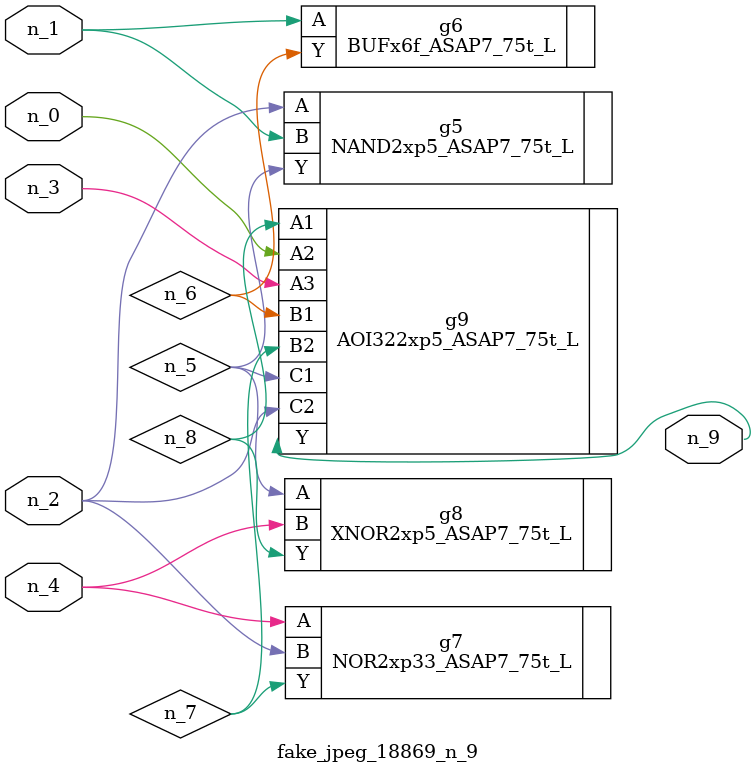
<source format=v>
module fake_jpeg_18869_n_9 (n_3, n_2, n_1, n_0, n_4, n_9);

input n_3;
input n_2;
input n_1;
input n_0;
input n_4;

output n_9;

wire n_8;
wire n_6;
wire n_5;
wire n_7;

NAND2xp5_ASAP7_75t_L g5 ( 
.A(n_2),
.B(n_1),
.Y(n_5)
);

BUFx6f_ASAP7_75t_L g6 ( 
.A(n_1),
.Y(n_6)
);

NOR2xp33_ASAP7_75t_L g7 ( 
.A(n_4),
.B(n_2),
.Y(n_7)
);

XNOR2xp5_ASAP7_75t_L g8 ( 
.A(n_5),
.B(n_4),
.Y(n_8)
);

AOI322xp5_ASAP7_75t_L g9 ( 
.A1(n_8),
.A2(n_0),
.A3(n_3),
.B1(n_6),
.B2(n_7),
.C1(n_5),
.C2(n_2),
.Y(n_9)
);


endmodule
</source>
